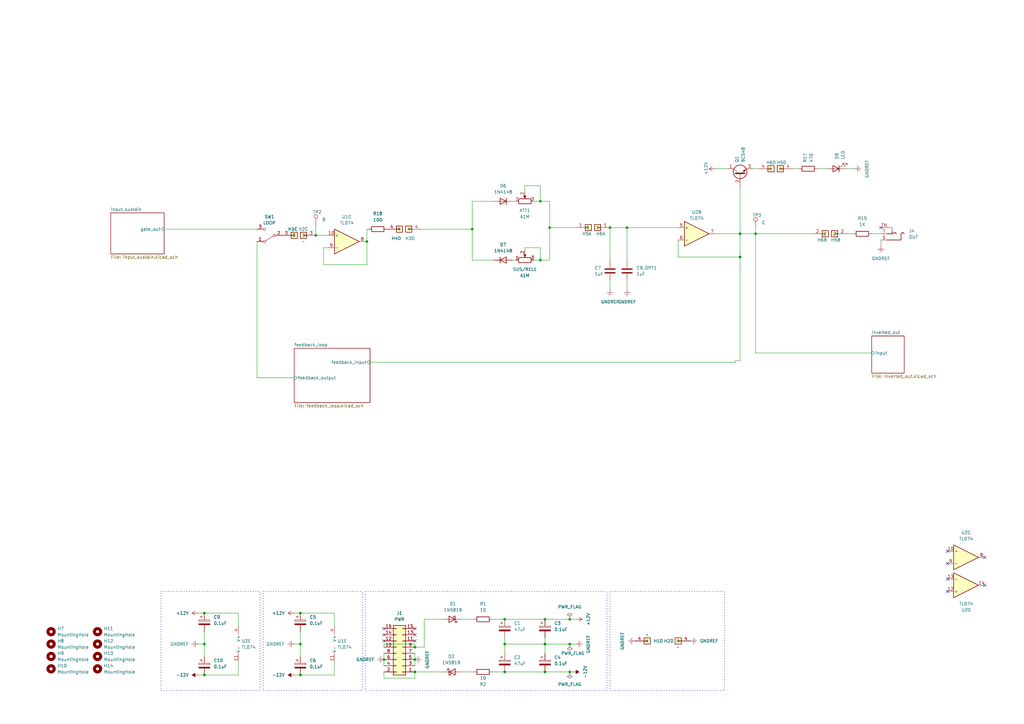
<source format=kicad_sch>
(kicad_sch (version 20230121) (generator eeschema)
  (paper "A3")
  (lib_symbols
    (symbol "Amplifier_Operational:TL074" (pin_names (offset 0.127))
      (property "Reference" "U" (at 0 5.08 0))
      (property "Value" "TL074" (at 0 -5.08 0))
      (symbol "TL074_1_1"
        (polyline (pts (xy -5.08 5.08) (xy 5.08 0) (xy -5.08 -5.08) (xy -5.08 5.08)) (stroke (width 0.254)) (fill (type background)))
        (pin output line (at 7.62 0 180) (length 2.54) (name "~") (number "1"))
        (pin input line (at -7.62 -2.54 0) (length 2.54) (name "-") (number "2"))
        (pin input line (at -7.62 2.54 0) (length 2.54) (name "+") (number "3"))
      )
      (symbol "TL074_2_1"
        (polyline (pts (xy -5.08 5.08) (xy 5.08 0) (xy -5.08 -5.08) (xy -5.08 5.08)) (stroke (width 0.254)) (fill (type background)))
        (pin input line (at -7.62 2.54 0) (length 2.54) (name "+") (number "5"))
        (pin input line (at -7.62 -2.54 0) (length 2.54) (name "-") (number "6"))
        (pin output line (at 7.62 0 180) (length 2.54) (name "~") (number "7"))
      )
      (symbol "TL074_3_1"
        (polyline (pts (xy -5.08 5.08) (xy 5.08 0) (xy -5.08 -5.08) (xy -5.08 5.08)) (stroke (width 0.254)) (fill (type background)))
        (pin input line (at -7.62 2.54 0) (length 2.54) (name "+") (number "10"))
        (pin output line (at 7.62 0 180) (length 2.54) (name "~") (number "8"))
        (pin input line (at -7.62 -2.54 0) (length 2.54) (name "-") (number "9"))
      )
      (symbol "TL074_4_1"
        (polyline (pts (xy -5.08 5.08) (xy 5.08 0) (xy -5.08 -5.08) (xy -5.08 5.08)) (stroke (width 0.254)) (fill (type background)))
        (pin input line (at -7.62 2.54 0) (length 2.54) (name "+") (number "12"))
        (pin input line (at -7.62 -2.54 0) (length 2.54) (name "-") (number "13"))
        (pin output line (at 7.62 0 180) (length 2.54) (name "~") (number "14"))
      )
      (symbol "TL074_5_1"
        (pin power_in line (at -2.54 -7.62 90) (length 3.81) (name "V-") (number "11"))
        (pin power_in line (at -2.54 7.62 270) (length 3.81) (name "V+") (number "4"))
      )
    )
    (symbol "Connector:TestPoint" (pin_numbers hide) (pin_names (offset 0.762) hide)
      (property "Reference" "TP" (at 0 6.858 0))
      (property "Value" "TestPoint" (at 0 5.08 0))
      (symbol "TestPoint_0_1"
        (circle (center 0 3.302) (radius 0.762))
      )
      (symbol "TestPoint_1_1"
        (pin passive line (at 0 0 90) (length 2.54) (name "1") (number "1"))
      )
    )
    (symbol "Device:C" (pin_numbers hide) (pin_names (offset 0.254))
      (property "Reference" "C" (at 0.635 2.54 0))
      (property "Value" "C" (at 0.635 -2.54 0))
      (symbol "C_0_1"
        (polyline (pts (xy -2.032 -0.762) (xy 2.032 -0.762)) (stroke (width 0.508)))
        (polyline (pts (xy -2.032 0.762) (xy 2.032 0.762)) (stroke (width 0.508)))
      )
      (symbol "C_1_1"
        (pin passive line (at 0 3.81 270) (length 2.794) (name "~") (number "1"))
        (pin passive line (at 0 -3.81 90) (length 2.794) (name "~") (number "2"))
      )
    )
    (symbol "Device:C_Polarized" (pin_numbers hide) (pin_names (offset 0.254))
      (property "Reference" "C" (at 0.635 2.54 0))
      (property "Value" "C_Polarized" (at 0.635 -2.54 0))
      (symbol "C_Polarized_0_1"
        (rectangle (start -2.286 0.508) (end 2.286 1.016))
        (polyline (pts (xy -1.778 2.286) (xy -0.762 2.286)))
        (polyline (pts (xy -1.27 2.794) (xy -1.27 1.778)))
        (rectangle (start 2.286 -0.508) (end -2.286 -1.016) (fill (type outline)))
      )
      (symbol "C_Polarized_1_1"
        (pin passive line (at 0 3.81 270) (length 2.794) (name "~") (number "1"))
        (pin passive line (at 0 -3.81 90) (length 2.794) (name "~") (number "2"))
      )
    )
    (symbol "Device:LED" (pin_numbers hide) (pin_names (offset 1.016) hide)
      (property "Reference" "D" (at 0 2.54 0))
      (property "Value" "LED" (at 0 -2.54 0))
      (symbol "LED_0_1"
        (polyline (pts (xy -1.27 -1.27) (xy -1.27 1.27)) (stroke (width 0.254)))
        (polyline (pts (xy -1.27 0) (xy 1.27 0)))
        (polyline (pts (xy 1.27 -1.27) (xy 1.27 1.27) (xy -1.27 0) (xy 1.27 -1.27)) (stroke (width 0.254)))
        (polyline (pts (xy -3.048 -0.762) (xy -4.572 -2.286) (xy -3.81 -2.286) (xy -4.572 -2.286) (xy -4.572 -1.524)))
        (polyline (pts (xy -1.778 -0.762) (xy -3.302 -2.286) (xy -2.54 -2.286) (xy -3.302 -2.286) (xy -3.302 -1.524)))
      )
      (symbol "LED_1_1"
        (pin passive line (at -3.81 0 0) (length 2.54) (name "K") (number "1"))
        (pin passive line (at 3.81 0 180) (length 2.54) (name "A") (number "2"))
      )
    )
    (symbol "Device:R" (pin_numbers hide) (pin_names (offset 0))
      (property "Reference" "R" (at 2.032 0 90))
      (property "Value" "R" (at 0 0 90))
      (symbol "R_0_1"
        (rectangle (start -1.016 -2.54) (end 1.016 2.54) (stroke (width 0.254)))
      )
      (symbol "R_1_1"
        (pin passive line (at 0 3.81 270) (length 1.27) (name "~") (number "1"))
        (pin passive line (at 0 -3.81 90) (length 1.27) (name "~") (number "2"))
      )
    )
    (symbol "Device:R_Potentiometer" (pin_names (offset 1.016) hide)
      (property "Reference" "RV" (at -4.445 0 90))
      (property "Value" "R_Potentiometer" (at -2.54 0 90))
      (symbol "R_Potentiometer_0_1"
        (polyline (pts (xy 2.54 0) (xy 1.524 0)))
        (polyline (pts (xy 1.143 0) (xy 2.286 0.508) (xy 2.286 -0.508) (xy 1.143 0)) (fill (type outline)))
        (rectangle (start 1.016 2.54) (end -1.016 -2.54) (stroke (width 0.254)))
      )
      (symbol "R_Potentiometer_1_1"
        (pin passive line (at 0 3.81 270) (length 1.27) (name "1") (number "1"))
        (pin passive line (at 3.81 0 180) (length 1.27) (name "2") (number "2"))
        (pin passive line (at 0 -3.81 90) (length 1.27) (name "3") (number "3"))
      )
    )
    (symbol "Diode:1N4148" (pin_numbers hide) (pin_names hide)
      (property "Reference" "D" (at 0 2.54 0))
      (property "Value" "1N4148" (at 0 -2.54 0))
      (symbol "1N4148_0_1"
        (polyline (pts (xy -1.27 1.27) (xy -1.27 -1.27)) (stroke (width 0.254)))
        (polyline (pts (xy 1.27 0) (xy -1.27 0)))
        (polyline (pts (xy 1.27 1.27) (xy 1.27 -1.27) (xy -1.27 0) (xy 1.27 1.27)) (stroke (width 0.254)))
      )
      (symbol "1N4148_1_1"
        (pin passive line (at -3.81 0 0) (length 2.54) (name "K") (number "1"))
        (pin passive line (at 3.81 0 180) (length 2.54) (name "A") (number "2"))
      )
    )
    (symbol "Diode:1N5819" (pin_numbers hide) (pin_names (offset 1.016) hide)
      (property "Reference" "D" (at 0 2.54 0))
      (property "Value" "1N5819" (at 0 -2.54 0))
      (symbol "1N5819_0_1"
        (polyline (pts (xy 1.27 0) (xy -1.27 0)))
        (polyline (pts (xy 1.27 1.27) (xy 1.27 -1.27) (xy -1.27 0) (xy 1.27 1.27)) (stroke (width 0.254)))
        (polyline (pts (xy -1.905 0.635) (xy -1.905 1.27) (xy -1.27 1.27) (xy -1.27 -1.27) (xy -0.635 -1.27) (xy -0.635 -0.635)) (stroke (width 0.254)))
      )
      (symbol "1N5819_1_1"
        (pin passive line (at -3.81 0 0) (length 2.54) (name "K") (number "1"))
        (pin passive line (at 3.81 0 180) (length 2.54) (name "A") (number "2"))
      )
    )
    (symbol "Mechanical:MountingHole" (pin_names (offset 1.016))
      (property "Reference" "H" (at 0 5.08 0))
      (property "Value" "MountingHole" (at 0 3.175 0))
      (symbol "MountingHole_0_1"
        (circle (center 0 0) (radius 1.27) (stroke (width 1.27)))
      )
    )
    (symbol "Synth_Custom:AudioJack2_PJ398SM"
      (property "Reference" "J" (at 0 8.89 0))
      (property "Value" "AudioJack2_PJ398SM" (at 0 6.35 0))
      (symbol "AudioJack2_PJ398SM_0_1"
        (polyline (pts (xy 0.508 -0.254) (xy 0.762 -0.762)))
        (polyline (pts (xy -1.27 0) (xy -0.635 -0.635) (xy 0 0) (xy 2.54 0)) (stroke (width 0.254)))
        (polyline (pts (xy 2.54 -2.54) (xy 0.508 -2.54) (xy 0.508 -0.254) (xy 0.254 -0.762)))
        (polyline (pts (xy 2.54 2.54) (xy -3.175 2.54) (xy -3.175 0) (xy -3.81 -0.635) (xy -4.445 0)) (stroke (width 0.254)))
      )
      (symbol "AudioJack2_PJ398SM_1_1"
        (pin passive line (at 5.08 2.54 180) (length 2.54) (name "~") (number "S"))
        (pin passive line (at 5.08 0 180) (length 2.54) (name "~") (number "T"))
        (pin passive line (at 5.08 -2.54 180) (length 2.54) (name "~") (number "TN"))
      )
    )
    (symbol "Synth_Custom:CONN_Header_01x04"
      (property "Reference" "H" (at 2.54 0 0))
      (symbol "CONN_Header_01x04_1_1"
        (rectangle (start -1.27 0.127) (end 0 -0.127) (stroke (width 0.1524)))
        (rectangle (start -1.27 1.27) (end 1.27 -1.27) (stroke (width 0.254)) (fill (type background)))
        (pin passive line (at -5.08 0 0) (length 3.81) (name "1") (number "1"))
      )
      (symbol "CONN_Header_01x04_2_1"
        (rectangle (start -1.27 0.127) (end 0 -0.127) (stroke (width 0.1524)))
        (rectangle (start -1.27 1.27) (end 1.27 -1.27) (stroke (width 0.254)) (fill (type background)))
        (pin passive line (at -5.08 0 0) (length 3.81) (name "2") (number "2"))
      )
      (symbol "CONN_Header_01x04_3_1"
        (rectangle (start -1.27 0.127) (end 0 -0.127) (stroke (width 0.1524)))
        (rectangle (start -1.27 1.27) (end 1.27 -1.27) (stroke (width 0.254)) (fill (type background)))
        (pin passive line (at -5.08 0 0) (length 3.81) (name "3") (number "3"))
      )
      (symbol "CONN_Header_01x04_4_1"
        (rectangle (start -1.27 0.127) (end 0 -0.127) (stroke (width 0.1524)))
        (rectangle (start -1.27 1.27) (end 1.27 -1.27) (stroke (width 0.254)) (fill (type background)))
        (pin passive line (at -5.08 0 0) (length 3.81) (name "4") (number "4"))
      )
    )
    (symbol "Synth_Custom:CONN_Socket_01x04"
      (property "Reference" "H" (at 2.54 0 0))
      (symbol "CONN_Socket_01x04_1_1"
        (rectangle (start -1.27 0.127) (end 0 -0.127) (stroke (width 0.1524)))
        (rectangle (start -1.27 1.27) (end 1.27 -1.27) (stroke (width 0.254)) (fill (type background)))
        (pin passive line (at -5.08 0 0) (length 3.81) (name "1") (number "1"))
      )
      (symbol "CONN_Socket_01x04_2_1"
        (rectangle (start -1.27 0.127) (end 0 -0.127) (stroke (width 0.1524)))
        (rectangle (start -1.27 1.27) (end 1.27 -1.27) (stroke (width 0.254)) (fill (type background)))
        (pin passive line (at -5.08 0 0) (length 3.81) (name "2") (number "2"))
      )
      (symbol "CONN_Socket_01x04_3_1"
        (rectangle (start -1.27 0.127) (end 0 -0.127) (stroke (width 0.1524)))
        (rectangle (start -1.27 1.27) (end 1.27 -1.27) (stroke (width 0.254)) (fill (type background)))
        (pin passive line (at -5.08 0 0) (length 3.81) (name "3") (number "3"))
      )
      (symbol "CONN_Socket_01x04_4_1"
        (rectangle (start -1.27 0.127) (end 0 -0.127) (stroke (width 0.1524)))
        (rectangle (start -1.27 1.27) (end 1.27 -1.27) (stroke (width 0.254)) (fill (type background)))
        (pin passive line (at -5.08 0 0) (length 3.81) (name "4") (number "4"))
      )
    )
    (symbol "Synth_Custom:Conn_02x08_PWR_Eurorack" (pin_names (offset 1.016) hide)
      (property "Reference" "J" (at 1.27 10.16 0))
      (property "Value" "Conn_02x08_PWR_Eurorack" (at 1.27 -12.7 0))
      (symbol "Conn_02x08_PWR_Eurorack_1_1"
        (rectangle (start -1.27 -10.033) (end 0 -10.287) (stroke (width 0.1524)))
        (rectangle (start -1.27 -7.493) (end 0 -7.747) (stroke (width 0.1524)))
        (rectangle (start -1.27 -4.953) (end 0 -5.207) (stroke (width 0.1524)))
        (rectangle (start -1.27 -2.413) (end 0 -2.667) (stroke (width 0.1524)))
        (rectangle (start -1.27 0.127) (end 0 -0.127) (stroke (width 0.1524)))
        (rectangle (start -1.27 2.667) (end 0 2.413) (stroke (width 0.1524)))
        (rectangle (start -1.27 5.207) (end 0 4.953) (stroke (width 0.1524)))
        (rectangle (start -1.27 7.747) (end 0 7.493) (stroke (width 0.1524)))
        (rectangle (start -1.27 8.89) (end 3.81 -11.43) (stroke (width 0.254)) (fill (type background)))
        (rectangle (start 3.81 -10.033) (end 2.54 -10.287) (stroke (width 0.1524)))
        (rectangle (start 3.81 -7.493) (end 2.54 -7.747) (stroke (width 0.1524)))
        (rectangle (start 3.81 -4.953) (end 2.54 -5.207) (stroke (width 0.1524)))
        (rectangle (start 3.81 -2.413) (end 2.54 -2.667) (stroke (width 0.1524)))
        (rectangle (start 3.81 0.127) (end 2.54 -0.127) (stroke (width 0.1524)))
        (rectangle (start 3.81 2.667) (end 2.54 2.413) (stroke (width 0.1524)))
        (rectangle (start 3.81 5.207) (end 2.54 4.953) (stroke (width 0.1524)))
        (rectangle (start 3.81 7.747) (end 2.54 7.493) (stroke (width 0.1524)))
        (pin passive line (at -5.08 7.62 0) (length 3.81) (name "-12V") (number "1"))
        (pin passive line (at 7.62 -2.54 180) (length 3.81) (name "+12V") (number "10"))
        (pin passive line (at -5.08 -5.08 0) (length 3.81) (name "+5V") (number "11"))
        (pin passive line (at 7.62 -5.08 180) (length 3.81) (name "+5V") (number "12"))
        (pin passive line (at -5.08 -7.62 0) (length 3.81) (name "CV") (number "13"))
        (pin passive line (at 7.62 -7.62 180) (length 3.81) (name "CV") (number "14"))
        (pin passive line (at -5.08 -10.16 0) (length 3.81) (name "GATE") (number "15"))
        (pin passive line (at 7.62 -10.16 180) (length 3.81) (name "GATE") (number "16"))
        (pin passive line (at 7.62 7.62 180) (length 3.81) (name "-12V") (number "2"))
        (pin passive line (at -5.08 5.08 0) (length 3.81) (name "GND") (number "3"))
        (pin passive line (at 7.62 5.08 180) (length 3.81) (name "GND") (number "4"))
        (pin passive line (at -5.08 2.54 0) (length 3.81) (name "GND") (number "5"))
        (pin passive line (at 7.62 2.54 180) (length 3.81) (name "GND") (number "6"))
        (pin passive line (at -5.08 0 0) (length 3.81) (name "GND") (number "7"))
        (pin passive line (at 7.62 0 180) (length 3.81) (name "GND") (number "8"))
        (pin passive line (at -5.08 -2.54 0) (length 3.81) (name "+12V") (number "9"))
      )
    )
    (symbol "Synth_Custom:SW_SPDT" (pin_names (offset 0) hide)
      (property "Reference" "SW" (at 0 5.08 0))
      (property "Value" "SW_SPDT" (at 0 -5.08 0))
      (symbol "SW_SPDT_0_1"
        (circle (center -2.032 0) (radius 0.4572))
        (polyline (pts (xy -1.651 0.254) (xy 1.651 2.286)))
        (circle (center 2.032 -2.54) (radius 0.4572))
        (circle (center 2.032 2.54) (radius 0.4572))
      )
      (symbol "SW_SPDT_1_1"
        (pin passive line (at 5.08 2.54 180) (length 2.54) (name "A") (number "1"))
        (pin passive line (at -5.08 0 0) (length 2.54) (name "B") (number "2"))
        (pin passive line (at 5.08 -2.54 180) (length 2.54) (name "C") (number "3"))
      )
    )
    (symbol "Transistor_BJT:BC548" (pin_names (offset 0) hide)
      (property "Reference" "Q" (at 5.08 1.905 0))
      (property "Value" "BC548" (at 5.08 0 0))
      (symbol "BC548_0_1"
        (polyline (pts (xy 0 0) (xy 0.635 0)))
        (polyline (pts (xy 0.635 0.635) (xy 2.54 2.54)))
        (polyline (pts (xy 0.635 -0.635) (xy 2.54 -2.54) (xy 2.54 -2.54)))
        (polyline (pts (xy 0.635 1.905) (xy 0.635 -1.905) (xy 0.635 -1.905)) (stroke (width 0.508)))
        (polyline (pts (xy 1.27 -1.778) (xy 1.778 -1.27) (xy 2.286 -2.286) (xy 1.27 -1.778) (xy 1.27 -1.778)) (fill (type outline)))
        (circle (center 1.27 0) (radius 2.8194) (stroke (width 0.254)))
      )
      (symbol "BC548_1_1"
        (pin passive line (at 2.54 5.08 270) (length 2.54) (name "C") (number "1"))
        (pin input line (at -5.08 0 0) (length 5.08) (name "B") (number "2"))
        (pin passive line (at 2.54 -5.08 90) (length 2.54) (name "E") (number "3"))
      )
    )
    (symbol "power:+12V" (power) (pin_names (offset 0))
      (property "Value" "+12V" (at 0 3.556 0))
      (symbol "+12V_0_1"
        (polyline (pts (xy -0.762 1.27) (xy 0 2.54)))
        (polyline (pts (xy 0 0) (xy 0 2.54)))
        (polyline (pts (xy 0 2.54) (xy 0.762 1.27)))
      )
      (symbol "+12V_1_1"
        (pin power_in line (at 0 0 90) (length 0) hide (name "+12V") (number "1"))
      )
    )
    (symbol "power:-12V" (power) (pin_names (offset 0))
      (property "Value" "-12V" (at 0 3.81 0))
      (symbol "-12V_0_0"
        (pin power_in line (at 0 0 90) (length 0) hide (name "-12V") (number "1"))
      )
      (symbol "-12V_0_1"
        (polyline (pts (xy 0 0) (xy 0 1.27) (xy 0.762 1.27) (xy 0 2.54) (xy -0.762 1.27) (xy 0 1.27)) (fill (type outline)))
      )
    )
    (symbol "power:GNDREF" (power) (pin_names (offset 0))
      (property "Value" "GNDREF" (at 0 -3.81 0))
      (symbol "GNDREF_0_1"
        (polyline (pts (xy -0.635 -1.905) (xy 0.635 -1.905)))
        (polyline (pts (xy -0.127 -2.54) (xy 0.127 -2.54)))
        (polyline (pts (xy 0 -1.27) (xy 0 0)))
        (polyline (pts (xy 1.27 -1.27) (xy -1.27 -1.27)))
      )
      (symbol "GNDREF_1_1"
        (pin power_in line (at 0 0 270) (length 0) hide (name "GNDREF") (number "1"))
      )
    )
    (symbol "power:PWR_FLAG" (power) (pin_numbers hide) (pin_names (offset 0) hide)
      (property "Value" "PWR_FLAG" (at 0 3.81 0))
      (symbol "PWR_FLAG_0_0"
        (pin power_out line (at 0 0 90) (length 0) (name "pwr") (number "1"))
      )
      (symbol "PWR_FLAG_0_1"
        (polyline (pts (xy 0 0) (xy 0 1.27) (xy -1.016 1.905) (xy 0 2.54) (xy 1.016 1.905) (xy 0 1.27)))
      )
    )
  )
  (junction (at 83.82 264.16))
  (junction (at 193.675 93.98))
  (junction (at 309.88 95.885))
  (junction (at 250.19 93.345))
  (junction (at 123.19 264.16))
  (junction (at 207.01 264.16))
  (junction (at 233.68 275.59))
  (junction (at 83.82 276.86))
  (junction (at 257.175 93.345))
  (junction (at 223.52 264.16))
  (junction (at 157.48 270.51))
  (junction (at 233.68 254))
  (junction (at 223.52 254))
  (junction (at 170.18 275.59))
  (junction (at 170.18 265.43))
  (junction (at 207.01 254))
  (junction (at 225.425 93.345))
  (junction (at 170.18 270.51))
  (junction (at 123.19 276.86))
  (junction (at 129.54 96.52))
  (junction (at 83.82 251.46))
  (junction (at 303.53 95.885))
  (junction (at 207.01 275.59))
  (junction (at 233.68 264.16))
  (junction (at 150.495 99.06))
  (junction (at 221.615 82.55))
  (junction (at 221.615 106.68))
  (junction (at 223.52 275.59))
  (junction (at 303.53 105.41))
  (junction (at 123.19 251.46))
  (no_connect (at 170.18 257.81))
  (no_connect (at 157.48 257.81))
  (no_connect (at 403.86 228.6))
  (no_connect (at 157.48 260.35))
  (no_connect (at 157.48 262.89))
  (no_connect (at 170.18 260.35))
  (no_connect (at 403.86 240.03))
  (no_connect (at 361.315 93.345))
  (no_connect (at 388.62 231.14))
  (no_connect (at 388.62 226.06))
  (no_connect (at 388.62 237.49))
  (no_connect (at 170.18 262.89))
  (no_connect (at 388.62 242.57))
  (wire (pts (xy 137.16 271.78) (xy 137.16 276.86)))
  (wire (pts (xy 193.675 106.68) (xy 193.675 93.98)))
  (wire (pts (xy 170.18 278.13) (xy 170.18 275.59)))
  (wire (pts (xy 132.715 108.585) (xy 150.495 108.585)))
  (wire (pts (xy 257.175 114.935) (xy 257.175 118.745)))
  (wire (pts (xy 301.625 147.955) (xy 303.53 147.955)))
  (wire (pts (xy 97.79 251.46) (xy 97.79 256.54)))
  (wire (pts (xy 83.82 259.08) (xy 83.82 264.16)))
  (wire (pts (xy 120.65 276.86) (xy 123.19 276.86)))
  (wire (pts (xy 173.99 254) (xy 181.61 254)))
  (wire (pts (xy 278.13 105.41) (xy 303.53 105.41)))
  (wire (pts (xy 221.615 106.68) (xy 219.075 106.68)))
  (wire (pts (xy 225.425 106.68) (xy 221.615 106.68)))
  (wire (pts (xy 170.18 264.16) (xy 157.48 264.16)))
  (wire (pts (xy 170.18 265.43) (xy 170.18 264.16)))
  (wire (pts (xy 132.715 101.6) (xy 134.62 101.6)))
  (wire (pts (xy 170.18 267.97) (xy 170.18 270.51)))
  (wire (pts (xy 219.075 82.55) (xy 221.615 82.55)))
  (wire (pts (xy 250.19 114.935) (xy 250.19 118.745)))
  (wire (pts (xy 293.37 95.885) (xy 303.53 95.885)))
  (wire (pts (xy 129.54 96.52) (xy 129.54 92.075)))
  (wire (pts (xy 293.37 69.215) (xy 298.45 69.215)))
  (wire (pts (xy 325.12 69.215) (xy 327.66 69.215)))
  (wire (pts (xy 215.265 76.2) (xy 221.615 76.2)))
  (wire (pts (xy 303.53 147.955) (xy 303.53 105.41)))
  (wire (pts (xy 132.715 101.6) (xy 132.715 108.585)))
  (wire (pts (xy 123.19 259.08) (xy 123.19 264.16)))
  (wire (pts (xy 123.19 264.16) (xy 123.19 269.24)))
  (wire (pts (xy 303.53 95.885) (xy 303.53 105.41)))
  (wire (pts (xy 309.88 95.885) (xy 333.375 95.885)))
  (wire (pts (xy 193.675 106.68) (xy 202.565 106.68)))
  (wire (pts (xy 350.52 69.215) (xy 346.71 69.215)))
  (wire (pts (xy 278.13 93.345) (xy 257.175 93.345)))
  (wire (pts (xy 83.82 264.16) (xy 83.82 269.24)))
  (wire (pts (xy 223.52 275.59) (xy 233.68 275.59)))
  (wire (pts (xy 223.52 264.16) (xy 233.68 264.16)))
  (wire (pts (xy 157.48 275.59) (xy 157.48 278.13)))
  (wire (pts (xy 309.88 144.78) (xy 357.505 144.78)))
  (wire (pts (xy 67.31 93.98) (xy 105.41 93.98)))
  (wire (pts (xy 105.41 99.06) (xy 105.41 154.94)))
  (wire (pts (xy 150.495 99.06) (xy 150.495 93.98)))
  (wire (pts (xy 215.265 101.6) (xy 215.265 102.87)))
  (wire (pts (xy 189.23 275.59) (xy 194.31 275.59)))
  (wire (pts (xy 170.18 270.51) (xy 170.18 273.05)))
  (wire (pts (xy 361.315 98.425) (xy 361.315 100.965)))
  (wire (pts (xy 137.16 251.46) (xy 137.16 256.54)))
  (wire (pts (xy 207.01 261.62) (xy 207.01 264.16)))
  (wire (pts (xy 149.86 99.06) (xy 150.495 99.06)))
  (wire (pts (xy 123.19 264.16) (xy 120.65 264.16)))
  (wire (pts (xy 150.495 93.98) (xy 151.13 93.98)))
  (wire (pts (xy 233.68 275.59) (xy 234.95 275.59)))
  (wire (pts (xy 83.82 264.16) (xy 81.28 264.16)))
  (wire (pts (xy 215.265 76.2) (xy 215.265 78.74)))
  (wire (pts (xy 123.19 276.86) (xy 137.16 276.86)))
  (wire (pts (xy 250.19 107.315) (xy 250.19 93.345)))
  (wire (pts (xy 207.01 254) (xy 223.52 254)))
  (wire (pts (xy 157.48 267.97) (xy 157.48 270.51)))
  (wire (pts (xy 83.82 251.46) (xy 97.79 251.46)))
  (wire (pts (xy 309.88 93.345) (xy 309.88 95.885)))
  (wire (pts (xy 233.68 264.16) (xy 236.22 264.16)))
  (wire (pts (xy 225.425 93.345) (xy 225.425 106.68)))
  (wire (pts (xy 81.28 276.86) (xy 83.82 276.86)))
  (wire (pts (xy 236.22 93.345) (xy 225.425 93.345)))
  (wire (pts (xy 225.425 82.55) (xy 225.425 93.345)))
  (wire (pts (xy 173.99 254) (xy 173.99 265.43)))
  (wire (pts (xy 193.675 82.55) (xy 202.565 82.55)))
  (wire (pts (xy 223.52 254) (xy 233.68 254)))
  (wire (pts (xy 347.345 95.885) (xy 349.885 95.885)))
  (wire (pts (xy 210.185 106.68) (xy 211.455 106.68)))
  (wire (pts (xy 210.185 82.55) (xy 211.455 82.55)))
  (wire (pts (xy 215.265 101.6) (xy 221.615 101.6)))
  (wire (pts (xy 207.01 264.16) (xy 207.01 267.97)))
  (wire (pts (xy 170.18 275.59) (xy 181.61 275.59)))
  (wire (pts (xy 201.93 275.59) (xy 207.01 275.59)))
  (wire (pts (xy 221.615 101.6) (xy 221.615 106.68)))
  (wire (pts (xy 201.93 254) (xy 207.01 254)))
  (wire (pts (xy 207.01 275.59) (xy 223.52 275.59)))
  (wire (pts (xy 221.615 76.2) (xy 221.615 82.55)))
  (wire (pts (xy 233.68 254) (xy 236.22 254)))
  (wire (pts (xy 157.48 270.51) (xy 157.48 273.05)))
  (wire (pts (xy 301.625 148.59) (xy 151.765 148.59)))
  (wire (pts (xy 105.41 154.94) (xy 120.65 154.94)))
  (wire (pts (xy 157.48 278.13) (xy 170.18 278.13)))
  (wire (pts (xy 309.88 95.885) (xy 309.88 144.78)))
  (wire (pts (xy 120.65 251.46) (xy 123.19 251.46)))
  (wire (pts (xy 83.82 276.86) (xy 97.79 276.86)))
  (wire (pts (xy 278.13 98.425) (xy 278.13 105.41)))
  (wire (pts (xy 207.01 264.16) (xy 223.52 264.16)))
  (wire (pts (xy 189.23 254) (xy 194.31 254)))
  (wire (pts (xy 193.675 82.55) (xy 193.675 93.98)))
  (wire (pts (xy 303.53 95.885) (xy 309.88 95.885)))
  (wire (pts (xy 257.175 107.315) (xy 257.175 93.345)))
  (wire (pts (xy 97.79 271.78) (xy 97.79 276.86)))
  (wire (pts (xy 223.52 264.16) (xy 223.52 267.97)))
  (wire (pts (xy 173.99 265.43) (xy 170.18 265.43)))
  (wire (pts (xy 123.19 251.46) (xy 137.16 251.46)))
  (wire (pts (xy 223.52 261.62) (xy 223.52 264.16)))
  (wire (pts (xy 250.19 93.345) (xy 257.175 93.345)))
  (wire (pts (xy 81.28 251.46) (xy 83.82 251.46)))
  (wire (pts (xy 150.495 108.585) (xy 150.495 99.06)))
  (wire (pts (xy 221.615 82.55) (xy 225.425 82.55)))
  (wire (pts (xy 193.675 93.98) (xy 172.72 93.98)))
  (wire (pts (xy 303.53 76.835) (xy 303.53 95.885)))
  (wire (pts (xy 129.54 96.52) (xy 134.62 96.52)))
  (wire (pts (xy 157.48 264.16) (xy 157.48 265.43)))
  (wire (pts (xy 357.505 95.885) (xy 361.315 95.885)))
  (wire (pts (xy 339.09 69.215) (xy 335.28 69.215)))
  (wire (pts (xy 308.61 69.215) (xy 311.15 69.215)))
  (wire (pts (xy 301.625 147.955) (xy 301.625 148.59)))
  (rectangle (start 66.04 242.57) (end 106.68 283.21) (stroke (width 0.25) (type dot)))
  (rectangle (start 250.19 242.57) (end 297.18 283.21) (stroke (width 0.25) (type dot)))
  (rectangle (start 149.86 242.57) (end 248.92 283.21) (stroke (width 0.25) (type dot)))
  (rectangle (start 107.95 242.57) (end 148.59 283.21) (stroke (width 0.25) (type dot)))
  (symbol (lib_id "Connector:TestPoint") (at 309.88 93.345 0) (unit 1)
    (property "Reference" "TP3" (at 308.61 88.265 0) (effects (justify left)))
    (property "Value" "C" (at 312.42 91.313 0) (effects (justify left)))
    (property "Footprint" "TestPoint:TestPoint_Plated_Hole_D2.0mm" (effects hide))
  )
  (symbol (lib_id "power:+12V") (at 81.28 251.46 90) (unit 1)
    (property "Reference" "#PWR031" (effects hide))
    (property "Value" "+12V" (at 77.47 251.46 90) (effects (justify left)))
  )
  (symbol (lib_id "Mechanical:MountingHole") (at 40.005 274.32 0) (unit 1)
    (property "Reference" "H14" (at 42.545 273.05 0) (effects (justify left)))
    (property "Value" "MountingHole" (at 42.545 275.59 0) (effects (justify left)))
    (property "Footprint" "MountingHole:MountingHole_2.5mm" (effects hide))
  )
  (symbol (lib_id "Device:R_Potentiometer") (at 215.265 82.55 90) (unit 1)
    (property "Reference" "ATT1" (at 215.265 86.36 90))
    (property "Value" "A1M" (at 215.265 88.9 90))
    (property "Footprint" "Potentiometer_THT:Potentiometer_TT_P0915N" (effects hide))
  )
  (symbol (lib_id "Device:R_Potentiometer") (at 215.265 106.68 90) (unit 1)
    (property "Reference" "SUS/REL1" (at 215.265 110.49 90))
    (property "Value" "A1M" (at 215.265 113.03 90))
    (property "Footprint" "Potentiometer_THT:Potentiometer_TT_P0915N" (effects hide))
  )
  (symbol (lib_id "Device:R") (at 353.695 95.885 270) (mirror x) (unit 1)
    (property "Reference" "R15" (at 353.695 89.535 90))
    (property "Value" "1K" (at 353.695 92.075 90))
    (property "Footprint" "synth-custom:R_Axial_DIN0207_L6.3mm_D2.5mm_P7.62mm_Horizontal" (effects hide))
  )
  (symbol (lib_id "power:-12V") (at 234.95 275.59 270) (unit 1)
    (property "Reference" "#PWR02" (effects hide))
    (property "Value" "-12V" (at 240.03 275.59 0))
  )
  (symbol (lib_id "Synth_Custom:CONN_Header_01x04") (at 167.64 93.98 180) (unit 4)
    (property "Reference" "H3" (at 170.18 97.79 0) (effects (justify left)))
    (property "Value" "TOP_8_SGL" (effects hide))
    (property "Footprint" "synth-custom:PinHeader_1x04_P2.00mm_Vertical" (effects hide))
  )
  (symbol (lib_id "Synth_Custom:CONN_Socket_01x04") (at 245.11 93.345 180) (unit 1)
    (property "Reference" "H6" (at 246.38 95.885 0))
    (property "Value" "BTM_8_SGL" (effects hide))
    (property "Footprint" "synth-custom:PinSocket_1x04_P2.00mm_Vertical" (effects hide))
  )
  (symbol (lib_id "Amplifier_Operational:TL074") (at 100.33 264.16 0) (unit 5)
    (property "Reference" "U2" (at 99.06 262.89 0) (effects (justify left)))
    (property "Value" "TL074" (at 99.06 265.43 0) (effects (justify left)))
    (property "Footprint" "Package_DIP:DIP-14_W7.62mm_Socket_LongPads" (effects hide))
    (property "Datasheet" "http://www.ti.com/lit/ds/symlink/tl071.pdf" (effects hide))
  )
  (symbol (lib_id "Device:C_Polarized") (at 123.19 273.05 0) (unit 1)
    (property "Reference" "C6" (at 127 270.891 0) (effects (justify left)))
    (property "Value" "0.1uF" (at 127 273.431 0) (effects (justify left)))
    (property "Footprint" "Capacitor_THT:CP_Radial_D4.0mm_P2.00mm" (effects hide))
  )
  (symbol (lib_id "Synth_Custom:CONN_Socket_01x04") (at 338.455 95.885 0) (unit 2)
    (property "Reference" "H6" (at 337.185 98.425 0))
    (property "Value" "BTM_8_SGL" (effects hide))
    (property "Footprint" "synth-custom:PinSocket_1x04_P2.00mm_Vertical" (effects hide))
  )
  (symbol (lib_id "Device:C") (at 257.175 111.125 0) (unit 1)
    (property "Reference" "C9_OPT1" (at 260.985 109.855 0) (effects (justify left)))
    (property "Value" "1uF" (at 260.985 112.395 0) (effects (justify left)))
    (property "Footprint" "synth-custom:C_RECT_MKT_1uF" (effects hide))
  )
  (symbol (lib_id "power:GNDREF") (at 81.28 264.16 270) (unit 1)
    (property "Reference" "#PWR032" (effects hide))
    (property "Value" "GNDREF" (at 77.47 264.16 90) (effects (justify right)))
  )
  (symbol (lib_id "Diode:1N5819") (at 185.42 275.59 0) (unit 1)
    (property "Reference" "D2" (at 185.1025 269.24 0))
    (property "Value" "1N5819" (at 185.1025 271.78 0))
    (property "Footprint" "Diode_THT:D_DO-41_SOD81_P10.16mm_Horizontal" (effects hide))
    (property "Datasheet" "http://www.vishay.com/docs/88525/1n5817.pdf" (effects hide))
  )
  (symbol (lib_id "Mechanical:MountingHole") (at 20.955 269.24 0) (unit 1)
    (property "Reference" "H9" (at 23.495 267.97 0) (effects (justify left)))
    (property "Value" "MountingHole" (at 23.495 270.51 0) (effects (justify left)))
    (property "Footprint" "MountingHole:MountingHole_2.5mm" (effects hide))
  )
  (symbol (lib_id "Device:LED") (at 342.9 69.215 180) (unit 1)
    (property "Reference" "D9" (at 343.2175 65.405 90) (effects (justify right)))
    (property "Value" "LED" (at 345.7575 65.405 90) (effects (justify right)))
    (property "Footprint" "LED_THT:LED_D3.0mm" (effects hide))
  )
  (symbol (lib_id "Device:R") (at 198.12 275.59 90) (unit 1)
    (property "Reference" "R2" (at 198.12 280.67 90))
    (property "Value" "10" (at 198.12 278.13 90))
    (property "Footprint" "synth-custom:R_Axial_DIN0207_L6.3mm_D2.5mm_P7.62mm_Horizontal" (effects hide))
  )
  (symbol (lib_id "power:PWR_FLAG") (at 233.68 254 0) (unit 1)
    (property "Reference" "#FLG01" (effects hide))
    (property "Value" "PWR_FLAG" (at 233.68 248.92 0))
  )
  (symbol (lib_id "Diode:1N5819") (at 185.42 254 180) (unit 1)
    (property "Reference" "D1" (at 185.7375 247.65 0))
    (property "Value" "1N5819" (at 185.7375 250.19 0))
    (property "Footprint" "Diode_THT:D_DO-41_SOD81_P10.16mm_Horizontal" (effects hide))
    (property "Datasheet" "http://www.vishay.com/docs/88525/1n5817.pdf" (effects hide))
  )
  (symbol (lib_id "power:+12V") (at 293.37 69.215 90) (unit 1)
    (property "Reference" "#PWR029" (effects hide))
    (property "Value" "+12V" (at 289.56 71.755 0) (effects (justify left)))
  )
  (symbol (lib_id "Device:C_Polarized") (at 223.52 271.78 0) (unit 1)
    (property "Reference" "C4" (at 227.33 269.621 0) (effects (justify left)))
    (property "Value" "0.1uF" (at 227.33 272.161 0) (effects (justify left)))
    (property "Footprint" "Capacitor_THT:CP_Radial_D4.0mm_P2.00mm" (effects hide))
  )
  (symbol (lib_id "Synth_Custom:CONN_Header_01x04") (at 241.3 93.345 0) (unit 1)
    (property "Reference" "H5" (at 238.76 95.885 0) (effects (justify left)))
    (property "Value" "BTM_8_SGL" (effects hide))
    (property "Footprint" "synth-custom:PinHeader_1x04_P2.00mm_Vertical" (effects hide))
  )
  (symbol (lib_id "Synth_Custom:CONN_Socket_01x04") (at 163.83 93.98 0) (unit 4)
    (property "Reference" "H4" (at 162.56 97.79 0))
    (property "Value" "BTM_8_SGL" (effects hide))
    (property "Footprint" "synth-custom:PinSocket_1x04_P2.00mm_Vertical" (effects hide))
  )
  (symbol (lib_id "Diode:1N4148") (at 206.375 106.68 0) (unit 1)
    (property "Reference" "D7" (at 206.375 100.33 0))
    (property "Value" "1N4148" (at 206.375 102.87 0))
    (property "Footprint" "Diode_THT:D_DO-35_SOD27_P7.62mm_Horizontal" (effects hide))
    (property "Datasheet" "https://assets.nexperia.com/documents/data-sheet/1N4148_1N4448.pdf" (effects hide))
    (property "Sim.Device" "D" (effects hide))
    (property "Sim.Pins" "1=K 2=A" (effects hide))
  )
  (symbol (lib_id "Amplifier_Operational:TL074") (at 142.24 99.06 0) (unit 3)
    (property "Reference" "U1" (at 142.24 88.9 0))
    (property "Value" "TL074" (at 142.24 91.44 0))
    (property "Footprint" "Package_DIP:DIP-14_W7.62mm_Socket_LongPads" (effects hide))
    (property "Datasheet" "http://www.ti.com/lit/ds/symlink/tl071.pdf" (effects hide))
  )
  (symbol (lib_id "power:PWR_FLAG") (at 233.68 264.16 180) (unit 1)
    (property "Reference" "#FLG03" (effects hide))
    (property "Value" "PWR_FLAG" (at 234.95 267.97 0))
  )
  (symbol (lib_id "Device:C_Polarized") (at 207.01 271.78 0) (unit 1)
    (property "Reference" "C2" (at 210.82 269.621 0) (effects (justify left)))
    (property "Value" "47uF" (at 210.82 272.161 0) (effects (justify left)))
    (property "Footprint" "Capacitor_THT:CP_Radial_D6.3mm_P2.50mm" (effects hide))
  )
  (symbol (lib_id "power:GNDREF") (at 236.22 264.16 90) (unit 1)
    (property "Reference" "#PWR03" (effects hide))
    (property "Value" "GNDREF" (at 241.3 264.16 0))
  )
  (symbol (lib_id "Device:C_Polarized") (at 83.82 255.27 0) (unit 1)
    (property "Reference" "C9" (at 87.63 253.111 0) (effects (justify left)))
    (property "Value" "0.1uF" (at 87.63 255.651 0) (effects (justify left)))
    (property "Footprint" "Capacitor_THT:CP_Radial_D4.0mm_P2.00mm" (effects hide))
  )
  (symbol (lib_id "Device:R") (at 331.47 69.215 270) (unit 1)
    (property "Reference" "R17" (at 330.2 66.675 0) (effects (justify right)))
    (property "Value" "470" (at 332.74 66.675 0) (effects (justify right)))
    (property "Footprint" "synth-custom:R_Axial_DIN0207_L6.3mm_D2.5mm_P7.62mm_Horizontal" (effects hide))
  )
  (symbol (lib_id "power:GNDREF") (at 283.21 262.89 90) (unit 1)
    (property "Reference" "#PWR06" (effects hide))
    (property "Value" "GNDREF" (at 287.02 262.89 90) (effects (justify right)))
  )
  (symbol (lib_id "power:GNDREF") (at 120.65 264.16 270) (unit 1)
    (property "Reference" "#PWR012" (effects hide))
    (property "Value" "GNDREF" (at 116.84 264.16 90) (effects (justify right)))
  )
  (symbol (lib_id "Mechanical:MountingHole") (at 40.005 259.08 0) (unit 1)
    (property "Reference" "H11" (at 42.545 257.81 0) (effects (justify left)))
    (property "Value" "MountingHole" (at 42.545 260.35 0) (effects (justify left)))
    (property "Footprint" "MountingHole:MountingHole_2.5mm" (effects hide))
  )
  (symbol (lib_id "Device:C_Polarized") (at 207.01 257.81 0) (unit 1)
    (property "Reference" "C1" (at 210.82 255.651 0) (effects (justify left)))
    (property "Value" "47uF" (at 210.82 258.191 0) (effects (justify left)))
    (property "Footprint" "Capacitor_THT:CP_Radial_D6.3mm_P2.50mm" (effects hide))
  )
  (symbol (lib_id "Device:C_Polarized") (at 123.19 255.27 0) (unit 1)
    (property "Reference" "C5" (at 127 253.111 0) (effects (justify left)))
    (property "Value" "0.1uF" (at 127 255.651 0) (effects (justify left)))
    (property "Footprint" "Capacitor_THT:CP_Radial_D4.0mm_P2.00mm" (effects hide))
  )
  (symbol (lib_id "Synth_Custom:CONN_Socket_01x04") (at 124.46 96.52 180) (unit 3)
    (property "Reference" "H2" (at 124.46 93.98 0))
    (property "Value" "~" (at 124.46 99.06 0))
    (property "Footprint" "synth-custom:PinSocket_1x04_P2.00mm_Vertical" (effects hide))
  )
  (symbol (lib_id "Synth_Custom:Conn_02x08_PWR_Eurorack") (at 165.1 267.97 180) (unit 1)
    (property "Reference" "J1" (at 163.83 251.46 0))
    (property "Value" "PWR" (at 163.83 254 0))
    (property "Footprint" "synth-custom:CONN_02x08_PWR" (effects hide))
  )
  (symbol (lib_id "Amplifier_Operational:TL074") (at 396.24 240.03 0) (mirror x) (unit 4)
    (property "Reference" "U2" (at 396.24 250.19 0))
    (property "Value" "TL074" (at 396.24 247.65 0))
    (property "Footprint" "Package_DIP:DIP-14_W7.62mm_Socket_LongPads" (effects hide))
    (property "Datasheet" "http://www.ti.com/lit/ds/symlink/tl071.pdf" (effects hide))
  )
  (symbol (lib_id "power:GNDREF") (at 170.18 270.51 90) (unit 1)
    (property "Reference" "#PWR013" (effects hide))
    (property "Value" "GNDREF" (at 175.26 270.51 0))
  )
  (symbol (lib_id "Synth_Custom:AudioJack2_PJ398SM") (at 366.395 95.885 180) (unit 1)
    (property "Reference" "J4" (at 372.745 94.6785 0) (effects (justify right)))
    (property "Value" "OUT" (at 372.745 97.2185 0) (effects (justify right)))
    (property "Footprint" "synth-custom:Jack_3.5mm_QingPu_WQP-PJ398SM_Vertical_CircularHoles" (effects hide))
  )
  (symbol (lib_id "Mechanical:MountingHole") (at 40.005 269.24 0) (unit 1)
    (property "Reference" "H13" (at 42.545 267.97 0) (effects (justify left)))
    (property "Value" "MountingHole" (at 42.545 270.51 0) (effects (justify left)))
    (property "Footprint" "MountingHole:MountingHole_2.5mm" (effects hide))
  )
  (symbol (lib_id "Synth_Custom:CONN_Header_01x04") (at 320.04 69.215 180) (unit 4)
    (property "Reference" "H5" (at 322.58 66.675 0) (effects (justify left)))
    (property "Value" "BTM_8_SGL" (effects hide))
    (property "Footprint" "synth-custom:PinHeader_1x04_P2.00mm_Vertical" (effects hide))
  )
  (symbol (lib_id "Device:C_Polarized") (at 83.82 273.05 0) (unit 1)
    (property "Reference" "C10" (at 87.63 270.891 0) (effects (justify left)))
    (property "Value" "0.1uF" (at 87.63 273.431 0) (effects (justify left)))
    (property "Footprint" "Capacitor_THT:CP_Radial_D4.0mm_P2.00mm" (effects hide))
  )
  (symbol (lib_id "Amplifier_Operational:TL074") (at 285.75 95.885 0) (unit 2)
    (property "Reference" "U2" (at 285.75 86.995 0))
    (property "Value" "TL074" (at 285.75 89.535 0))
    (property "Footprint" "Package_DIP:DIP-14_W7.62mm_Socket_LongPads" (effects hide))
    (property "Datasheet" "http://www.ti.com/lit/ds/symlink/tl071.pdf" (effects hide))
  )
  (symbol (lib_id "Synth_Custom:CONN_Header_01x04") (at 120.65 96.52 0) (unit 3)
    (property "Reference" "H1" (at 118.11 93.98 0) (effects (justify left)))
    (property "Value" "~" (at 120.65 93.98 0))
    (property "Footprint" "synth-custom:PinHeader_1x04_P2.00mm_Vertical" (effects hide))
  )
  (symbol (lib_id "Mechanical:MountingHole") (at 20.955 259.08 0) (unit 1)
    (property "Reference" "H7" (at 23.495 257.81 0) (effects (justify left)))
    (property "Value" "MountingHole" (at 23.495 260.35 0) (effects (justify left)))
    (property "Footprint" "MountingHole:MountingHole_2.5mm" (effects hide))
  )
  (symbol (lib_id "Device:C_Polarized") (at 223.52 257.81 0) (unit 1)
    (property "Reference" "C3" (at 227.33 255.651 0) (effects (justify left)))
    (property "Value" "0.1uF" (at 227.33 258.191 0) (effects (justify left)))
    (property "Footprint" "Capacitor_THT:CP_Radial_D4.0mm_P2.00mm" (effects hide))
  )
  (symbol (lib_id "power:GNDREF") (at 250.19 118.745 0) (unit 1)
    (property "Reference" "#PWR05" (effects hide))
    (property "Value" "GNDREF" (at 250.19 123.825 0))
  )
  (symbol (lib_id "power:GNDREF") (at 157.48 270.51 270) (unit 1)
    (property "Reference" "#PWR014" (effects hide))
    (property "Value" "GNDREF" (at 153.67 270.51 90) (effects (justify right)))
  )
  (symbol (lib_id "Synth_Custom:CONN_Socket_01x04") (at 278.13 262.89 180) (unit 4)
    (property "Reference" "H2" (at 274.32 262.89 0))
    (property "Value" "~" (at 278.13 265.43 0))
    (property "Footprint" "synth-custom:PinSocket_1x04_P2.00mm_Vertical" (effects hide))
  )
  (symbol (lib_id "Device:R") (at 154.94 93.98 90) (unit 1)
    (property "Reference" "R18" (at 154.94 87.63 90))
    (property "Value" "100" (at 154.94 90.17 90))
    (property "Footprint" "synth-custom:R_Axial_DIN0207_L6.3mm_D2.5mm_P7.62mm_Horizontal" (effects hide))
  )
  (symbol (lib_id "Transistor_BJT:BC548") (at 303.53 71.755 90) (unit 1)
    (property "Reference" "Q1" (at 302.26 66.675 0) (effects (justify left)))
    (property "Value" "BC548" (at 304.8 66.675 0) (effects (justify left)))
    (property "Footprint" "Package_TO_SOT_THT:TO-92_Inline" (effects hide))
    (property "Datasheet" "https://www.onsemi.com/pub/Collateral/BC550-D.pdf" (effects hide))
  )
  (symbol (lib_id "Synth_Custom:CONN_Socket_01x04") (at 316.23 69.215 0) (unit 4)
    (property "Reference" "H6" (at 316.23 66.675 0))
    (property "Value" "BTM_8_SGL" (effects hide))
    (property "Footprint" "synth-custom:PinSocket_1x04_P2.00mm_Vertical" (effects hide))
  )
  (symbol (lib_id "Synth_Custom:CONN_Header_01x04") (at 342.265 95.885 180) (unit 2)
    (property "Reference" "H5" (at 344.805 98.425 0) (effects (justify left)))
    (property "Value" "BTM_8_SGL" (effects hide))
    (property "Footprint" "synth-custom:PinHeader_1x04_P2.00mm_Vertical" (effects hide))
  )
  (symbol (lib_id "Synth_Custom:SW_SPDT") (at 110.49 96.52 180) (unit 1)
    (property "Reference" "SW1" (at 110.49 88.9 0))
    (property "Value" "LOOP" (at 110.49 91.44 0))
    (property "Footprint" "synth-custom:SPDT_Toggle" (effects hide))
  )
  (symbol (lib_id "Mechanical:MountingHole") (at 20.955 264.16 0) (unit 1)
    (property "Reference" "H8" (at 23.495 262.89 0) (effects (justify left)))
    (property "Value" "MountingHole" (at 23.495 265.43 0) (effects (justify left)))
    (property "Footprint" "MountingHole:MountingHole_2.5mm" (effects hide))
  )
  (symbol (lib_id "power:-12V") (at 120.65 276.86 90) (unit 1)
    (property "Reference" "#PWR011" (effects hide))
    (property "Value" "-12V" (at 116.84 276.86 90) (effects (justify left)))
  )
  (symbol (lib_id "Connector:TestPoint") (at 129.54 92.075 0) (unit 1)
    (property "Reference" "TP2" (at 128.27 86.995 0) (effects (justify left)))
    (property "Value" "B" (at 132.08 90.043 0) (effects (justify left)))
    (property "Footprint" "TestPoint:TestPoint_Plated_Hole_D2.0mm" (effects hide))
  )
  (symbol (lib_id "Device:C") (at 250.19 111.125 0) (unit 1)
    (property "Reference" "C7" (at 243.84 109.855 0) (effects (justify left)))
    (property "Value" "1uF" (at 243.84 112.395 0) (effects (justify left)))
    (property "Footprint" "synth-custom:C_RECT_MKT_1uF" (effects hide))
  )
  (symbol (lib_id "power:+12V") (at 120.65 251.46 90) (unit 1)
    (property "Reference" "#PWR010" (effects hide))
    (property "Value" "+12V" (at 116.84 251.46 90) (effects (justify left)))
  )
  (symbol (lib_id "Amplifier_Operational:TL074") (at 139.7 264.16 0) (unit 5)
    (property "Reference" "U1" (at 138.43 262.89 0) (effects (justify left)))
    (property "Value" "TL074" (at 138.43 265.43 0) (effects (justify left)))
    (property "Footprint" "Package_DIP:DIP-14_W7.62mm_Socket_LongPads" (effects hide))
    (property "Datasheet" "http://www.ti.com/lit/ds/symlink/tl071.pdf" (effects hide))
  )
  (symbol (lib_id "power:+12V") (at 236.22 254 270) (unit 1)
    (property "Reference" "#PWR01" (effects hide))
    (property "Value" "+12V" (at 241.3 254 0))
  )
  (symbol (lib_id "Mechanical:MountingHole") (at 40.005 264.16 0) (unit 1)
    (property "Reference" "H12" (at 42.545 262.89 0) (effects (justify left)))
    (property "Value" "MountingHole" (at 42.545 265.43 0) (effects (justify left)))
    (property "Footprint" "MountingHole:MountingHole_2.5mm" (effects hide))
  )
  (symbol (lib_id "Synth_Custom:CONN_Header_01x04") (at 265.43 262.89 0) (unit 4)
    (property "Reference" "H1" (at 267.97 262.89 0) (effects (justify left)))
    (property "Value" "~" (at 265.43 260.35 0))
    (property "Footprint" "synth-custom:PinHeader_1x04_P2.00mm_Vertical" (effects hide))
  )
  (symbol (lib_id "power:GNDREF") (at 361.315 100.965 0) (unit 1)
    (property "Reference" "#PWR024" (effects hide))
    (property "Value" "GNDREF" (at 361.315 106.045 0))
  )
  (symbol (lib_id "Device:R") (at 198.12 254 90) (unit 1)
    (property "Reference" "R1" (at 198.12 247.65 90))
    (property "Value" "10" (at 198.12 250.19 90))
    (property "Footprint" "synth-custom:R_Axial_DIN0207_L6.3mm_D2.5mm_P7.62mm_Horizontal" (effects hide))
  )
  (symbol (lib_id "power:-12V") (at 81.28 276.86 90) (unit 1)
    (property "Reference" "#PWR033" (effects hide))
    (property "Value" "-12V" (at 77.47 276.86 90) (effects (justify left)))
  )
  (symbol (lib_id "power:PWR_FLAG") (at 233.68 275.59 180) (unit 1)
    (property "Reference" "#FLG02" (effects hide))
    (property "Value" "PWR_FLAG" (at 233.68 280.67 0))
  )
  (symbol (lib_id "Mechanical:MountingHole") (at 20.955 274.32 0) (unit 1)
    (property "Reference" "H10" (at 23.495 273.05 0) (effects (justify left)))
    (property "Value" "MountingHole" (at 23.495 275.59 0) (effects (justify left)))
    (property "Footprint" "MountingHole:MountingHole_2.5mm" (effects hide))
  )
  (symbol (lib_id "power:GNDREF") (at 257.175 118.745 0) (unit 1)
    (property "Reference" "#PWR07" (effects hide))
    (property "Value" "GNDREF" (at 257.175 123.825 0))
  )
  (symbol (lib_id "Amplifier_Operational:TL074") (at 396.24 228.6 0) (unit 3)
    (property "Reference" "U2" (at 396.24 218.44 0))
    (property "Value" "TL074" (at 396.24 220.98 0))
    (property "Footprint" "Package_DIP:DIP-14_W7.62mm_Socket_LongPads" (effects hide))
    (property "Datasheet" "http://www.ti.com/lit/ds/symlink/tl071.pdf" (effects hide))
  )
  (symbol (lib_id "Diode:1N4148") (at 206.375 82.55 180) (unit 1)
    (property "Reference" "D6" (at 206.375 76.2 0))
    (property "Value" "1N4148" (at 206.375 78.74 0))
    (property "Footprint" "Diode_THT:D_DO-35_SOD27_P7.62mm_Horizontal" (effects hide))
    (property "Datasheet" "https://assets.nexperia.com/documents/data-sheet/1N4148_1N4448.pdf" (effects hide))
    (property "Sim.Device" "D" (effects hide))
    (property "Sim.Pins" "1=K 2=A" (effects hide))
  )
  (symbol (lib_id "power:GNDREF") (at 260.35 262.89 270) (unit 1)
    (property "Reference" "#PWR04" (effects hide))
    (property "Value" "GNDREF" (at 255.27 262.89 0))
  )
  (symbol (lib_id "power:GNDREF") (at 350.52 69.215 90) (mirror x) (unit 1)
    (property "Reference" "#PWR030" (effects hide))
    (property "Value" "GNDREF" (at 355.6 69.215 0))
  )
  (sheet (at 357.505 137.795) (size 13.335 15.24) (stroke (width 0.1524))
    (property "Sheetname" "inverted_out" (at 357.505 137.0834 0) (effects (justify left bottom)))
    (property "Sheetfile" "inverted_out.kicad_sch" (at 357.505 153.6196 0) (effects (justify left top)))
    (pin "input" input (at 357.505 144.78 180))
  )
  (sheet (at 120.65 142.875) (size 31.115 22.225) (stroke (width 0.1524))
    (property "Sheetname" "feedback_loop" (at 120.65 142.1634 0) (effects (justify left bottom)))
    (property "Sheetfile" "feedback_loop.kicad_sch" (at 120.65 165.6846 0) (effects (justify left top)))
    (pin "feedback_output" input (at 120.65 154.94 180))
    (pin "feedback_input" input (at 151.765 148.59 0))
  )
  (sheet (at 45.4025 87.3125) (size 21.9075 16.8275) (stroke (width 0.1524))
    (property "Sheetname" "input_sustain" (at 45.4025 86.6009 0) (effects (justify left bottom)))
    (property "Sheetfile" "input_sustain.kicad_sch" (at 45.4025 104.7246 0) (effects (justify left top)))
    (pin "gate_out" input (at 67.31 93.98 0))
  )
)
</source>
